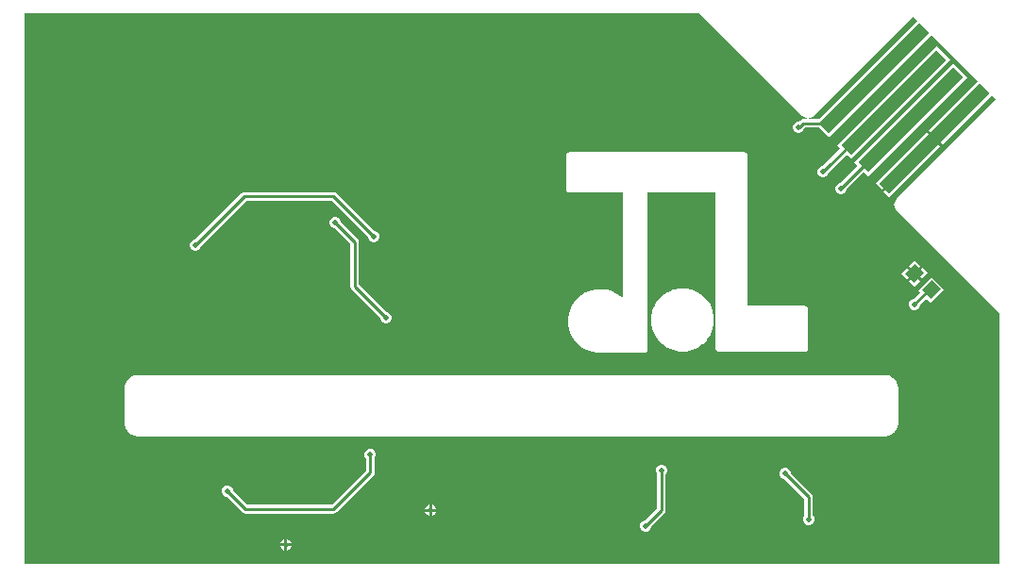
<source format=gtl>
G04*
G04 #@! TF.GenerationSoftware,Altium Limited,Altium Designer,21.2.2 (38)*
G04*
G04 Layer_Physical_Order=1*
G04 Layer_Color=255*
%FSLAX25Y25*%
%MOIN*%
G70*
G04*
G04 #@! TF.SameCoordinates,E2040CFD-8BC1-4679-B801-FCB4F48F4876*
G04*
G04*
G04 #@! TF.FilePolarity,Positive*
G04*
G01*
G75*
%ADD10C,0.01000*%
G04:AMPARAMS|DCode=16|XSize=47.24mil|YSize=43.31mil|CornerRadius=0mil|HoleSize=0mil|Usage=FLASHONLY|Rotation=45.000|XOffset=0mil|YOffset=0mil|HoleType=Round|Shape=Rectangle|*
%AMROTATEDRECTD16*
4,1,4,-0.00139,-0.03202,-0.03202,-0.00139,0.00139,0.03202,0.03202,0.00139,-0.00139,-0.03202,0.0*
%
%ADD16ROTATEDRECTD16*%

G04:AMPARAMS|DCode=17|XSize=50mil|YSize=500mil|CornerRadius=0mil|HoleSize=0mil|Usage=FLASHONLY|Rotation=315.000|XOffset=0mil|YOffset=0mil|HoleType=Round|Shape=Rectangle|*
%AMROTATEDRECTD17*
4,1,4,-0.19445,-0.15910,0.15910,0.19445,0.19445,0.15910,-0.15910,-0.19445,-0.19445,-0.15910,0.0*
%
%ADD17ROTATEDRECTD17*%

G04:AMPARAMS|DCode=18|XSize=50mil|YSize=475mil|CornerRadius=0mil|HoleSize=0mil|Usage=FLASHONLY|Rotation=315.000|XOffset=0mil|YOffset=0mil|HoleType=Round|Shape=Rectangle|*
%AMROTATEDRECTD18*
4,1,4,-0.18562,-0.15026,0.15026,0.18562,0.18562,0.15026,-0.15026,-0.18562,-0.18562,-0.15026,0.0*
%
%ADD18ROTATEDRECTD18*%

%ADD19C,0.01968*%
G36*
X241279Y197793D02*
X277607Y161465D01*
X278228Y160990D01*
X278950Y160690D01*
X279725Y160589D01*
D01*
X279725D01*
X280500Y160690D01*
X281222Y160990D01*
X281842Y161465D01*
X281842Y161466D01*
X316929Y196553D01*
X318486Y194996D01*
X283866Y160376D01*
X278006D01*
X277518Y160279D01*
X277421Y160260D01*
X276925Y159928D01*
X276461Y159465D01*
X275983D01*
X275254Y159162D01*
X274696Y158604D01*
X274394Y157875D01*
Y157086D01*
X274696Y156356D01*
X275254Y155798D01*
X275983Y155496D01*
X276773D01*
X277502Y155798D01*
X278060Y156356D01*
X278330Y157007D01*
X278640Y157317D01*
X283866D01*
X287286Y153897D01*
X323436Y190046D01*
X339699Y173783D01*
X322288Y156372D01*
X324763Y153897D01*
X327238Y151422D01*
X344649Y168833D01*
X346159Y167323D01*
X311072Y132235D01*
X310596Y131615D01*
X310297Y130893D01*
X310195Y130118D01*
X310297Y129343D01*
X310596Y128621D01*
X311072Y128001D01*
X311072Y128001D01*
X347400Y91673D01*
X347400Y2994D01*
X2994D01*
Y197793D01*
X241279Y197793D01*
D02*
G37*
%LPC*%
G36*
X324940Y186247D02*
X289938Y151245D01*
X291164Y150020D01*
X284861Y143717D01*
X284645D01*
X283915Y143414D01*
X283357Y142856D01*
X283055Y142127D01*
Y141338D01*
X283357Y140608D01*
X283915Y140050D01*
X284645Y139748D01*
X285434D01*
X286163Y140050D01*
X286721Y140608D01*
X287024Y141338D01*
Y141554D01*
X293327Y147857D01*
X294888Y146295D01*
X329889Y181297D01*
X324940Y186247D01*
D02*
G37*
G36*
X330950Y180237D02*
X295948Y145235D01*
X297266Y143917D01*
X291160Y137811D01*
X290944D01*
X290215Y137509D01*
X289656Y136951D01*
X289354Y136222D01*
Y135432D01*
X289656Y134703D01*
X290215Y134145D01*
X290944Y133843D01*
X291733D01*
X292463Y134145D01*
X293021Y134703D01*
X293323Y135432D01*
Y135648D01*
X299429Y141754D01*
X300898Y140285D01*
X335900Y175287D01*
X330950Y180237D01*
D02*
G37*
G36*
X321581Y155665D02*
X303550Y137633D01*
X305671Y135512D01*
X323702Y153543D01*
X321581Y155665D01*
D02*
G37*
G36*
X324410Y152836D02*
X306378Y134805D01*
X308500Y132684D01*
X326531Y150715D01*
X324410Y152836D01*
D02*
G37*
G36*
X112205Y134600D02*
X80709D01*
X80123Y134484D01*
X79627Y134152D01*
X63207Y117732D01*
X62991D01*
X62262Y117430D01*
X61704Y116872D01*
X61402Y116143D01*
Y115353D01*
X61704Y114624D01*
X62262Y114066D01*
X62991Y113764D01*
X63780D01*
X64510Y114066D01*
X65068Y114624D01*
X65370Y115353D01*
Y115569D01*
X81342Y131542D01*
X111571D01*
X124394Y118719D01*
Y118503D01*
X124696Y117774D01*
X125254Y117216D01*
X125983Y116913D01*
X126773D01*
X127502Y117216D01*
X128060Y117774D01*
X128362Y118503D01*
Y119292D01*
X128060Y120022D01*
X127502Y120580D01*
X126773Y120882D01*
X126557D01*
X113286Y134152D01*
X112790Y134484D01*
X112205Y134600D01*
D02*
G37*
G36*
X317521Y110462D02*
X315497Y108438D01*
X317382Y106553D01*
X319406Y108577D01*
X317521Y110462D01*
D02*
G37*
G36*
X320113Y107870D02*
X318089Y105846D01*
X319974Y103962D01*
X321998Y105985D01*
X320113Y107870D01*
D02*
G37*
G36*
X314790Y107731D02*
X312767Y105707D01*
X314651Y103822D01*
X316675Y105846D01*
X314790Y107731D01*
D02*
G37*
G36*
X317382Y105139D02*
X315358Y103115D01*
X317243Y101231D01*
X319267Y103254D01*
X317382Y105139D01*
D02*
G37*
G36*
X323368Y104616D02*
X318613Y99861D01*
X319376Y99098D01*
X317144Y96866D01*
X316928D01*
X316199Y96564D01*
X315641Y96006D01*
X315339Y95277D01*
Y94487D01*
X315641Y93758D01*
X316199Y93200D01*
X316928Y92898D01*
X317718D01*
X318447Y93200D01*
X319005Y93758D01*
X319307Y94487D01*
Y94703D01*
X321539Y96935D01*
X323089Y95384D01*
X327844Y100139D01*
X323368Y104616D01*
D02*
G37*
G36*
X113198Y125811D02*
X112408D01*
X111679Y125509D01*
X111121Y124951D01*
X110819Y124222D01*
Y123432D01*
X111121Y122703D01*
X111679Y122145D01*
X112408Y121843D01*
X112625D01*
X118156Y116311D01*
Y101181D01*
X118272Y100596D01*
X118604Y100100D01*
X128724Y89979D01*
Y89763D01*
X129026Y89034D01*
X129585Y88475D01*
X130314Y88173D01*
X131103D01*
X131833Y88475D01*
X132391Y89034D01*
X132693Y89763D01*
Y90552D01*
X132391Y91281D01*
X131833Y91840D01*
X131103Y92142D01*
X130887D01*
X121214Y101815D01*
Y116945D01*
X121098Y117530D01*
X120766Y118026D01*
X114787Y124005D01*
Y124222D01*
X114485Y124951D01*
X113927Y125509D01*
X113198Y125811D01*
D02*
G37*
G36*
X236426Y100473D02*
X234440D01*
X234341Y100454D01*
X234241D01*
X232293Y100066D01*
X232200Y100028D01*
X232102Y100008D01*
X230266Y99248D01*
X230183Y99192D01*
X230090Y99154D01*
X228439Y98050D01*
X228368Y97979D01*
X228284Y97923D01*
X226880Y96519D01*
X226824Y96435D01*
X226753Y96364D01*
X225649Y94713D01*
X225611Y94620D01*
X225555Y94537D01*
X224795Y92702D01*
X224775Y92603D01*
X224737Y92510D01*
X224349Y90562D01*
Y90462D01*
X224330Y90363D01*
Y89370D01*
Y88377D01*
X224349Y88278D01*
Y88178D01*
X224737Y86230D01*
X224775Y86137D01*
X224795Y86039D01*
X225555Y84203D01*
X225611Y84120D01*
X225649Y84027D01*
X226753Y82376D01*
X226824Y82305D01*
X226880Y82221D01*
X228284Y80817D01*
X228368Y80761D01*
X228439Y80690D01*
X230090Y79586D01*
X230183Y79548D01*
X230266Y79492D01*
X232102Y78732D01*
X232200Y78712D01*
X232293Y78674D01*
X234241Y78286D01*
X234341D01*
X234440Y78267D01*
X236426D01*
X236525Y78286D01*
X236625D01*
X238573Y78674D01*
X238666Y78712D01*
X238765Y78732D01*
X240600Y79492D01*
X240683Y79548D01*
X240776Y79586D01*
X242427Y80690D01*
X242498Y80761D01*
X242582Y80817D01*
X243987Y82221D01*
X244042Y82305D01*
X244113Y82376D01*
X245217Y84027D01*
X245255Y84120D01*
X245311Y84203D01*
X246071Y86039D01*
X246091Y86137D01*
X246129Y86230D01*
X246517Y88178D01*
Y88278D01*
X246536Y88377D01*
Y89370D01*
Y90363D01*
X246517Y90462D01*
Y90562D01*
X246129Y92510D01*
X246091Y92603D01*
X246071Y92702D01*
X245311Y94537D01*
X245255Y94620D01*
X245217Y94713D01*
X244113Y96364D01*
X244042Y96435D01*
X243987Y96519D01*
X242582Y97923D01*
X242498Y97979D01*
X242427Y98050D01*
X240776Y99154D01*
X240683Y99192D01*
X240600Y99248D01*
X238765Y100008D01*
X238666Y100028D01*
X238573Y100066D01*
X236625Y100454D01*
X236525D01*
X236426Y100473D01*
D02*
G37*
G36*
X257480Y148657D02*
X195276D01*
X194885Y148580D01*
X194555Y148359D01*
X194334Y148028D01*
X194256Y147638D01*
Y135433D01*
X194334Y135043D01*
X194555Y134712D01*
X194885Y134491D01*
X195276Y134414D01*
X214335D01*
Y96914D01*
X214039Y97239D01*
X213967Y97291D01*
X213909Y97358D01*
X212503Y98446D01*
X212424Y98485D01*
X212355Y98541D01*
X210783Y99371D01*
X210699Y99397D01*
X210621Y99440D01*
X208930Y99988D01*
X208842Y99998D01*
X208759Y100027D01*
X206998Y100276D01*
X206910Y100271D01*
X206823Y100285D01*
X205046Y100228D01*
X204960Y100208D01*
X204871Y100207D01*
X203131Y99845D01*
X203049Y99810D01*
X202962Y99794D01*
X201310Y99138D01*
X201235Y99090D01*
X201152Y99060D01*
X199637Y98130D01*
X199572Y98070D01*
X199496Y98025D01*
X198163Y96848D01*
X198109Y96778D01*
X198042Y96721D01*
X196931Y95333D01*
X196890Y95254D01*
X196834Y95187D01*
X195978Y93628D01*
X195951Y93544D01*
X195907Y93467D01*
X195332Y91785D01*
X195320Y91697D01*
X195290Y91614D01*
X195013Y89858D01*
X195016Y89770D01*
X195000Y89683D01*
X195029Y87905D01*
X195048Y87818D01*
X195047Y87730D01*
X195381Y85984D01*
X195414Y85902D01*
X195429Y85815D01*
X196058Y84152D01*
X196105Y84077D01*
X196134Y83993D01*
X197039Y82463D01*
X197098Y82397D01*
X197142Y82320D01*
X198297Y80969D01*
X198366Y80914D01*
X198422Y80845D01*
X199792Y79712D01*
X199870Y79670D01*
X199937Y79612D01*
X201481Y78732D01*
X201565Y78704D01*
X201641Y78658D01*
X203314Y78056D01*
X203401Y78043D01*
X203484Y78011D01*
X205235Y77706D01*
X205324Y77708D01*
X205410Y77690D01*
X206299D01*
X206300Y77691D01*
X206301Y77690D01*
X222049Y77721D01*
X222244Y77760D01*
X222437Y77798D01*
X222438Y77799D01*
X222439Y77799D01*
X222603Y77909D01*
X222768Y78019D01*
X222769Y78020D01*
X222770Y78021D01*
X222879Y78185D01*
X222989Y78350D01*
X222989Y78351D01*
X222990Y78352D01*
X223028Y78547D01*
X223067Y78740D01*
Y134414D01*
X247012D01*
Y79528D01*
X247090Y79137D01*
X247310Y78807D01*
X247704Y78413D01*
X248035Y78192D01*
X248425Y78114D01*
X278740D01*
X279130Y78192D01*
X279461Y78413D01*
X279682Y78744D01*
X279760Y79134D01*
Y93307D01*
X279682Y93697D01*
X279461Y94028D01*
X279130Y94249D01*
X278740Y94327D01*
X258500D01*
Y147638D01*
X258422Y148028D01*
X258201Y148359D01*
X257871Y148580D01*
X257480Y148657D01*
D02*
G37*
G36*
X307081Y69917D02*
X42919D01*
X42821Y69898D01*
X42720D01*
X41960Y69746D01*
X41867Y69708D01*
X41769Y69688D01*
X41052Y69392D01*
X40968Y69336D01*
X40876Y69297D01*
X40231Y68866D01*
X40160Y68795D01*
X40076Y68740D01*
X39528Y68191D01*
X39472Y68108D01*
X39401Y68037D01*
X38970Y67392D01*
X38932Y67299D01*
X38876Y67216D01*
X38579Y66499D01*
X38560Y66401D01*
X38521Y66308D01*
X38370Y65547D01*
Y65447D01*
X38350Y65348D01*
Y64961D01*
Y53150D01*
Y52762D01*
X38370Y52663D01*
Y52563D01*
X38521Y51802D01*
X38560Y51710D01*
X38579Y51611D01*
X38876Y50894D01*
X38932Y50811D01*
X38970Y50718D01*
X39401Y50073D01*
X39472Y50002D01*
X39528Y49919D01*
X40076Y49371D01*
X40160Y49315D01*
X40231Y49244D01*
X40876Y48813D01*
X40968Y48774D01*
X41052Y48719D01*
X41769Y48422D01*
X41867Y48402D01*
X41960Y48364D01*
X42720Y48213D01*
X42821D01*
X42919Y48193D01*
X307081D01*
X307179Y48213D01*
X307280D01*
X308040Y48364D01*
X308133Y48402D01*
X308231Y48422D01*
X308948Y48719D01*
X309032Y48774D01*
X309124Y48813D01*
X309769Y49244D01*
X309840Y49315D01*
X309924Y49371D01*
X310472Y49919D01*
X310528Y50002D01*
X310599Y50073D01*
X311030Y50718D01*
X311068Y50811D01*
X311124Y50894D01*
X311421Y51611D01*
X311440Y51710D01*
X311479Y51802D01*
X311630Y52563D01*
Y52663D01*
X311649Y52762D01*
Y53150D01*
Y64961D01*
Y65348D01*
X311630Y65447D01*
Y65547D01*
X311479Y66308D01*
X311440Y66401D01*
X311421Y66499D01*
X311124Y67216D01*
X311068Y67299D01*
X311030Y67392D01*
X310599Y68037D01*
X310528Y68108D01*
X310472Y68191D01*
X309924Y68740D01*
X309840Y68795D01*
X309769Y68866D01*
X309124Y69297D01*
X309031Y69336D01*
X308948Y69392D01*
X308231Y69688D01*
X308133Y69708D01*
X308040Y69746D01*
X307280Y69898D01*
X307179D01*
X307081Y69917D01*
D02*
G37*
G36*
X125592Y43716D02*
X124802D01*
X124073Y43414D01*
X123515Y42856D01*
X123213Y42127D01*
Y41338D01*
X123515Y40608D01*
X123668Y40455D01*
Y36067D01*
X111571Y23970D01*
X81736D01*
X76591Y29116D01*
Y29332D01*
X76288Y30061D01*
X75730Y30619D01*
X75001Y30921D01*
X74212D01*
X73482Y30619D01*
X72924Y30061D01*
X72622Y29332D01*
Y28542D01*
X72924Y27813D01*
X73482Y27255D01*
X74212Y26953D01*
X74428D01*
X80021Y21360D01*
X80517Y21028D01*
X81102Y20911D01*
X112205D01*
X112790Y21028D01*
X113286Y21360D01*
X126278Y34352D01*
X126610Y34848D01*
X126726Y35433D01*
Y40455D01*
X126879Y40608D01*
X127181Y41338D01*
Y42127D01*
X126879Y42856D01*
X126321Y43414D01*
X125592Y43716D01*
D02*
G37*
G36*
X146957Y23988D02*
Y22547D01*
X148397D01*
X148139Y23171D01*
X147581Y23729D01*
X146957Y23988D01*
D02*
G37*
G36*
X145957D02*
X145333Y23729D01*
X144774Y23171D01*
X144516Y22547D01*
X145957D01*
Y23988D01*
D02*
G37*
G36*
X148397Y21547D02*
X146957D01*
Y20107D01*
X147581Y20365D01*
X148139Y20923D01*
X148397Y21547D01*
D02*
G37*
G36*
X145957D02*
X144516D01*
X144774Y20923D01*
X145333Y20365D01*
X145957Y20107D01*
Y21547D01*
D02*
G37*
G36*
X272048Y37024D02*
X271259D01*
X270530Y36722D01*
X269971Y36163D01*
X269669Y35434D01*
Y34645D01*
X269971Y33915D01*
X270530Y33357D01*
X271259Y33055D01*
X271475D01*
X278392Y26138D01*
Y20174D01*
X278239Y20022D01*
X277937Y19292D01*
Y18503D01*
X278239Y17774D01*
X278797Y17215D01*
X279527Y16913D01*
X280316D01*
X281045Y17215D01*
X281603Y17774D01*
X281906Y18503D01*
Y19292D01*
X281603Y20022D01*
X281451Y20174D01*
Y26772D01*
X281334Y27357D01*
X281003Y27853D01*
X273638Y35218D01*
Y35434D01*
X273336Y36163D01*
X272778Y36722D01*
X272048Y37024D01*
D02*
G37*
G36*
X228347Y38205D02*
X227558D01*
X226829Y37903D01*
X226271Y37345D01*
X225969Y36615D01*
Y35826D01*
X226271Y35096D01*
X226423Y34944D01*
Y22681D01*
X222262Y18520D01*
X222046D01*
X221317Y18218D01*
X220759Y17659D01*
X220457Y16930D01*
Y16141D01*
X220759Y15411D01*
X221317Y14853D01*
X222046Y14551D01*
X222836D01*
X223565Y14853D01*
X224123Y15411D01*
X224425Y16141D01*
Y16357D01*
X229034Y20966D01*
X229366Y21462D01*
X229482Y22047D01*
Y34944D01*
X229635Y35096D01*
X229937Y35826D01*
Y36615D01*
X229635Y37345D01*
X229077Y37903D01*
X228347Y38205D01*
D02*
G37*
G36*
X95776Y11783D02*
Y10343D01*
X97216D01*
X96958Y10966D01*
X96400Y11525D01*
X95776Y11783D01*
D02*
G37*
G36*
X94776D02*
X94152Y11525D01*
X93593Y10966D01*
X93335Y10343D01*
X94776D01*
Y11783D01*
D02*
G37*
G36*
X97216Y9342D02*
X95776D01*
Y7902D01*
X96400Y8160D01*
X96958Y8719D01*
X97216Y9342D01*
D02*
G37*
G36*
X94776D02*
X93335D01*
X93593Y8719D01*
X94152Y8160D01*
X94776Y7902D01*
Y9342D01*
D02*
G37*
%LPD*%
D10*
X317323Y94882D02*
X322441Y100000D01*
X323228D01*
X317323Y94882D02*
Y94882D01*
X276378Y157480D02*
X276640D01*
X278006Y158847D01*
X287286D01*
X271654Y35039D02*
X279921Y26772D01*
Y18898D02*
Y26772D01*
X125197Y35433D02*
Y41732D01*
X112205Y22441D02*
X125197Y35433D01*
X81102Y22441D02*
X112205D01*
X74606Y28937D02*
X81102Y22441D01*
X315773Y160261D02*
X315924D01*
X291339Y135827D02*
X315773Y160261D01*
X285039Y141732D02*
X309578Y166271D01*
X309914D01*
X227953Y22047D02*
Y36220D01*
X222441Y16535D02*
X227953Y22047D01*
X63386Y115748D02*
X80709Y133071D01*
X112205D01*
X126378Y118898D01*
X119685Y101181D02*
X130709Y90158D01*
X119685Y101181D02*
Y116945D01*
X112803Y123827D02*
X119685Y116945D01*
X287286Y158847D02*
X303196Y174757D01*
D16*
X317382Y105846D02*
D03*
X323228Y100000D02*
D03*
D17*
X324410Y153543D02*
D03*
X303196Y174757D02*
D03*
D18*
X315924Y160261D02*
D03*
X309914Y166271D02*
D03*
D19*
X317323Y94882D02*
D03*
X276378Y157480D02*
D03*
X146457Y22047D02*
D03*
X95276Y9843D02*
D03*
X271654Y35039D02*
D03*
X279921Y18898D02*
D03*
X125197Y41732D02*
D03*
X74606Y28937D02*
D03*
X291339Y135827D02*
D03*
X285039Y141732D02*
D03*
X227953Y36220D02*
D03*
X222441Y16535D02*
D03*
X63386Y115748D02*
D03*
X126378Y118898D02*
D03*
X130709Y90158D02*
D03*
X112803Y123827D02*
D03*
M02*

</source>
